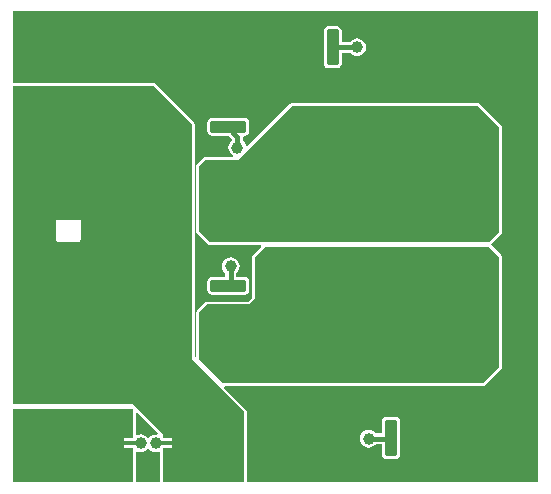
<source format=gbl>
G04*
G04 #@! TF.GenerationSoftware,Altium Limited,Altium Designer,18.1.11 (251)*
G04*
G04 Layer_Physical_Order=2*
G04 Layer_Color=16711680*
%FSLAX44Y44*%
%MOMM*%
G71*
G01*
G75*
%ADD13C,0.4000*%
%ADD17C,0.1000*%
%ADD50C,0.3000*%
%ADD51C,1.0000*%
%ADD52C,5.0000*%
G04:AMPARAMS|DCode=53|XSize=8.382mm|YSize=10.668mm|CornerRadius=1.0478mm|HoleSize=0mm|Usage=FLASHONLY|Rotation=90.000|XOffset=0mm|YOffset=0mm|HoleType=Round|Shape=RoundedRectangle|*
%AMROUNDEDRECTD53*
21,1,8.3820,8.5725,0,0,90.0*
21,1,6.2865,10.6680,0,0,90.0*
1,1,2.0955,4.2863,3.1433*
1,1,2.0955,4.2863,-3.1433*
1,1,2.0955,-4.2863,-3.1433*
1,1,2.0955,-4.2863,3.1433*
%
%ADD53ROUNDEDRECTD53*%
G04:AMPARAMS|DCode=54|XSize=3.048mm|YSize=1.016mm|CornerRadius=0.127mm|HoleSize=0mm|Usage=FLASHONLY|Rotation=90.000|XOffset=0mm|YOffset=0mm|HoleType=Round|Shape=RoundedRectangle|*
%AMROUNDEDRECTD54*
21,1,3.0480,0.7620,0,0,90.0*
21,1,2.7940,1.0160,0,0,90.0*
1,1,0.2540,0.3810,1.3970*
1,1,0.2540,0.3810,-1.3970*
1,1,0.2540,-0.3810,-1.3970*
1,1,0.2540,-0.3810,1.3970*
%
%ADD54ROUNDEDRECTD54*%
%ADD55R,1.8500X3.5500*%
G04:AMPARAMS|DCode=56|XSize=8.382mm|YSize=10.668mm|CornerRadius=1.0478mm|HoleSize=0mm|Usage=FLASHONLY|Rotation=0.000|XOffset=0mm|YOffset=0mm|HoleType=Round|Shape=RoundedRectangle|*
%AMROUNDEDRECTD56*
21,1,8.3820,8.5725,0,0,0.0*
21,1,6.2865,10.6680,0,0,0.0*
1,1,2.0955,3.1433,-4.2863*
1,1,2.0955,-3.1433,-4.2863*
1,1,2.0955,-3.1433,4.2863*
1,1,2.0955,3.1433,4.2863*
%
%ADD56ROUNDEDRECTD56*%
G04:AMPARAMS|DCode=57|XSize=3.048mm|YSize=1.016mm|CornerRadius=0.127mm|HoleSize=0mm|Usage=FLASHONLY|Rotation=0.000|XOffset=0mm|YOffset=0mm|HoleType=Round|Shape=RoundedRectangle|*
%AMROUNDEDRECTD57*
21,1,3.0480,0.7620,0,0,0.0*
21,1,2.7940,1.0160,0,0,0.0*
1,1,0.2540,1.3970,-0.3810*
1,1,0.2540,-1.3970,-0.3810*
1,1,0.2540,-1.3970,0.3810*
1,1,0.2540,1.3970,0.3810*
%
%ADD57ROUNDEDRECTD57*%
G36*
X393153Y318770D02*
X411480Y300443D01*
X411480Y212090D01*
X402590Y203200D01*
X167005Y203200D01*
X157480Y212725D01*
X157480Y267970D01*
X162560Y273050D01*
X190500Y273050D01*
X236220Y318770D01*
X393153Y318770D01*
D02*
G37*
G36*
X411480Y190658D02*
Y97790D01*
X397510Y83820D01*
X177800Y83820D01*
X157480Y104140D01*
Y143510D01*
X164465Y150495D01*
X200025Y150495D01*
X204470Y154940D01*
X204470Y190500D01*
X213360Y199390D01*
X402748D01*
X411480Y190658D01*
D02*
G37*
G36*
X444500Y0D02*
X198078D01*
Y59690D01*
X197888Y60646D01*
X197346Y61456D01*
X178751Y80052D01*
X179277Y81322D01*
X397510Y81322D01*
X398466Y81512D01*
X399276Y82054D01*
X413246Y96024D01*
X413788Y96834D01*
X413978Y97790D01*
Y190658D01*
X413788Y191614D01*
X413246Y192424D01*
X405154Y200516D01*
X404548Y201213D01*
X405169Y202246D01*
X413246Y210324D01*
X413788Y211134D01*
X413978Y212090D01*
X413978Y300443D01*
X413788Y301399D01*
X413246Y302210D01*
X394920Y320536D01*
X394109Y321078D01*
X393153Y321268D01*
X236220Y321268D01*
X235264Y321078D01*
X234454Y320536D01*
X198352Y284435D01*
X197149Y284843D01*
X197108Y285155D01*
X196357Y286967D01*
X195163Y288523D01*
X194387Y289119D01*
Y292115D01*
X194329Y292405D01*
X195135Y293387D01*
X196215D01*
X197666Y293676D01*
X198897Y294498D01*
X199719Y295728D01*
X200008Y297180D01*
Y304800D01*
X199719Y306252D01*
X198897Y307482D01*
X197666Y308304D01*
X196215Y308593D01*
X168275D01*
X166824Y308304D01*
X165593Y307482D01*
X164771Y306252D01*
X164482Y304800D01*
Y297180D01*
X164771Y295728D01*
X165593Y294498D01*
X166824Y293676D01*
X168275Y293387D01*
X182161D01*
X185235Y290313D01*
X185183Y289020D01*
X184536Y288523D01*
X183342Y286967D01*
X182592Y285155D01*
X182336Y283210D01*
X182592Y281265D01*
X183342Y279453D01*
X184536Y277897D01*
X185942Y276818D01*
X185911Y276287D01*
X185588Y275548D01*
X162560Y275548D01*
X161604Y275358D01*
X160794Y274816D01*
X155714Y269736D01*
X155172Y268926D01*
X154982Y267970D01*
X154982Y212725D01*
X155172Y211769D01*
X155714Y210959D01*
X165239Y201434D01*
X166049Y200892D01*
X167005Y200702D01*
X209480D01*
X209966Y199529D01*
X202704Y192266D01*
X202162Y191456D01*
X201972Y190500D01*
X201972Y155975D01*
X198990Y152993D01*
X164465Y152993D01*
X163509Y152803D01*
X162699Y152261D01*
X155714Y145276D01*
X155172Y144466D01*
X154982Y143510D01*
Y107053D01*
X153712Y106375D01*
X153628Y106431D01*
X153628Y303530D01*
X153438Y304486D01*
X152896Y305296D01*
X121146Y337046D01*
X120336Y337588D01*
X119380Y337778D01*
X0Y337778D01*
Y398780D01*
X444500D01*
Y0D01*
D02*
G37*
G36*
X122704Y41545D02*
X122111Y40342D01*
X120650Y40534D01*
X118705Y40278D01*
X116893Y39528D01*
X115337Y38333D01*
X114935Y37810D01*
X113665D01*
X113263Y38333D01*
X111707Y39528D01*
X109895Y40278D01*
X107950Y40534D01*
X106005Y40278D01*
X105206Y39947D01*
X103936Y40796D01*
X103936Y58654D01*
X105109Y59140D01*
X122704Y41545D01*
D02*
G37*
G36*
X119380Y335280D02*
X151130Y303530D01*
X151130Y104140D01*
X195580Y59690D01*
Y0D01*
X127000D01*
Y28993D01*
X138706D01*
X139133Y28353D01*
X140109Y27701D01*
X141260Y27472D01*
X142411Y27701D01*
X143387Y28353D01*
X144082Y29049D01*
X145341Y29299D01*
X146648Y30172D01*
X147521Y31479D01*
X147827Y33020D01*
X147521Y34561D01*
X146648Y35868D01*
X145341Y36741D01*
X143800Y37047D01*
X127000D01*
Y40782D01*
X101742Y66040D01*
X-0Y66040D01*
X-0Y335280D01*
X119380Y335280D01*
D02*
G37*
G36*
X115337Y27707D02*
X116893Y26512D01*
X118705Y25762D01*
X120650Y25506D01*
X122595Y25762D01*
X123232Y26026D01*
X124502Y25177D01*
Y0D01*
X103936D01*
X103936Y25244D01*
X105206Y26093D01*
X106005Y25762D01*
X107950Y25506D01*
X109895Y25762D01*
X111707Y26512D01*
X113263Y27707D01*
X113665Y28230D01*
X114935D01*
X115337Y27707D01*
D02*
G37*
G36*
X101438Y62230D02*
X101438Y37047D01*
X84800D01*
X83259Y36741D01*
X81952Y35868D01*
X81079Y34561D01*
X80773Y33020D01*
X81079Y31479D01*
X81952Y30172D01*
X83259Y29299D01*
X84517Y29049D01*
X85213Y28353D01*
X86189Y27701D01*
X87340Y27472D01*
X88491Y27701D01*
X89467Y28353D01*
X90106Y28993D01*
X101438D01*
X101438Y-0D01*
X-0Y0D01*
X-0Y62230D01*
X101438Y62230D01*
D02*
G37*
%LPC*%
G36*
X274320Y386063D02*
X266700D01*
X265249Y385774D01*
X264018Y384952D01*
X263196Y383722D01*
X262907Y382270D01*
Y354330D01*
X263196Y352878D01*
X264018Y351648D01*
X265249Y350826D01*
X266700Y350537D01*
X274320D01*
X275772Y350826D01*
X277002Y351648D01*
X277824Y352878D01*
X278113Y354330D01*
Y363763D01*
X285238D01*
X285834Y362987D01*
X287390Y361792D01*
X289203Y361042D01*
X291147Y360786D01*
X293092Y361042D01*
X294905Y361792D01*
X296461Y362987D01*
X297655Y364543D01*
X298406Y366355D01*
X298662Y368300D01*
X298406Y370245D01*
X297655Y372057D01*
X296461Y373613D01*
X294905Y374808D01*
X293092Y375558D01*
X291147Y375814D01*
X289203Y375558D01*
X287390Y374808D01*
X285834Y373613D01*
X285238Y372837D01*
X278113D01*
Y382270D01*
X277824Y383722D01*
X277002Y384952D01*
X275772Y385774D01*
X274320Y386063D01*
D02*
G37*
G36*
X184150Y190394D02*
X182205Y190138D01*
X180393Y189388D01*
X178837Y188193D01*
X177642Y186637D01*
X176892Y184825D01*
X176636Y182880D01*
X176892Y180935D01*
X177642Y179123D01*
X178837Y177567D01*
X179613Y176971D01*
Y173973D01*
X168275D01*
X166824Y173684D01*
X165593Y172862D01*
X164771Y171632D01*
X164482Y170180D01*
Y162560D01*
X164771Y161108D01*
X165593Y159878D01*
X166824Y159056D01*
X168275Y158767D01*
X196215D01*
X197666Y159056D01*
X198897Y159878D01*
X199719Y161108D01*
X200008Y162560D01*
Y170180D01*
X199719Y171632D01*
X198897Y172862D01*
X197666Y173684D01*
X196215Y173973D01*
X188687D01*
Y176971D01*
X189463Y177567D01*
X190658Y179123D01*
X191408Y180935D01*
X191664Y182880D01*
X191408Y184825D01*
X190658Y186637D01*
X189463Y188193D01*
X187907Y189388D01*
X186095Y190138D01*
X184150Y190394D01*
D02*
G37*
G36*
X323850Y55228D02*
X316230D01*
X314778Y54939D01*
X313548Y54117D01*
X312726Y52887D01*
X312437Y51435D01*
Y41367D01*
X306899D01*
X306303Y42143D01*
X304747Y43338D01*
X302935Y44088D01*
X300990Y44344D01*
X299045Y44088D01*
X297233Y43338D01*
X295677Y42143D01*
X294482Y40587D01*
X293732Y38775D01*
X293476Y36830D01*
X293732Y34885D01*
X294482Y33073D01*
X295677Y31517D01*
X297233Y30322D01*
X299045Y29572D01*
X300990Y29316D01*
X302935Y29572D01*
X304747Y30322D01*
X306303Y31517D01*
X306899Y32293D01*
X312437D01*
Y23495D01*
X312726Y22043D01*
X313548Y20813D01*
X314778Y19991D01*
X316230Y19702D01*
X323850D01*
X325302Y19991D01*
X326532Y20813D01*
X327354Y22043D01*
X327643Y23495D01*
Y51435D01*
X327354Y52887D01*
X326532Y54117D01*
X325302Y54939D01*
X323850Y55228D01*
D02*
G37*
G36*
X54670Y320118D02*
X38670D01*
X37714Y319928D01*
X36904Y319386D01*
X36362Y318576D01*
X36172Y317620D01*
Y301120D01*
X36362Y300164D01*
X36904Y299354D01*
X37714Y298812D01*
X38670Y298622D01*
X54670D01*
X55626Y298812D01*
X56437Y299354D01*
X56978Y300164D01*
X57168Y301120D01*
Y317620D01*
X56978Y318576D01*
X56437Y319386D01*
X55626Y319928D01*
X54670Y320118D01*
D02*
G37*
G36*
Y224618D02*
X38670D01*
X37714Y224428D01*
X36904Y223887D01*
X36362Y223076D01*
X36172Y222120D01*
Y205620D01*
X36362Y204664D01*
X36904Y203854D01*
X37714Y203312D01*
X38670Y203122D01*
X54670D01*
X55626Y203312D01*
X56437Y203854D01*
X56978Y204664D01*
X57168Y205620D01*
Y222120D01*
X56978Y223076D01*
X56437Y223887D01*
X55626Y224428D01*
X54670Y224618D01*
D02*
G37*
%LPD*%
D13*
X181610Y300355D02*
X189850Y292115D01*
X182245Y166370D02*
X184150Y168275D01*
Y182880D01*
X270510Y368300D02*
X291147D01*
X189850Y283210D02*
Y292115D01*
X181610Y300355D02*
X182245Y300990D01*
X319405Y36830D02*
X320040Y37465D01*
X300990Y36830D02*
X319405D01*
D17*
X87340Y30480D02*
X89153Y32293D01*
X84800Y33020D02*
X87340Y30480D01*
X141260D02*
X143800Y33020D01*
D50*
X84800D02*
X107950D01*
X120650D02*
X143800D01*
D51*
X107950D02*
D03*
X120650D02*
D03*
X184150Y182880D02*
D03*
X345440Y306070D02*
D03*
X189850Y283210D02*
D03*
X185420Y143840D02*
D03*
X291147Y368300D02*
D03*
X300990Y36830D02*
D03*
D52*
X29210Y29210D02*
D03*
Y369570D02*
D03*
X415290D02*
D03*
Y29210D02*
D03*
X386080Y149860D02*
D03*
Y255270D02*
D03*
D53*
X295910D02*
D03*
X294640Y150495D02*
D03*
D54*
X321310Y368300D02*
D03*
X270510D02*
D03*
X269240Y37465D02*
D03*
X320040D02*
D03*
D55*
X84800Y33020D02*
D03*
X143800D02*
D03*
D56*
X69215Y140970D02*
D03*
Y275590D02*
D03*
D57*
X182245Y115570D02*
D03*
Y166370D02*
D03*
Y250190D02*
D03*
Y300990D02*
D03*
M02*

</source>
